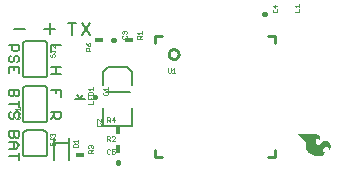
<source format=gbr>
G04 EAGLE Gerber RS-274X export*
G75*
%MOMM*%
%FSLAX34Y34*%
%LPD*%
%INSilkscreen Top*%
%IPPOS*%
%AMOC8*
5,1,8,0,0,1.08239X$1,22.5*%
G01*
%ADD10C,0.152400*%
%ADD11C,0.203200*%
%ADD12R,0.711200X0.406400*%
%ADD13C,0.025400*%
%ADD14C,0.406400*%
%ADD15C,0.127000*%
%ADD16R,0.406400X0.711200*%
%ADD17C,0.254000*%

G36*
X266094Y38431D02*
X266094Y38431D01*
X266103Y38435D01*
X266115Y38433D01*
X267154Y38640D01*
X267162Y38645D01*
X267173Y38645D01*
X268170Y39003D01*
X268177Y39009D01*
X268188Y39010D01*
X269122Y39512D01*
X269129Y39521D01*
X269141Y39524D01*
X270278Y40431D01*
X270284Y40442D01*
X270297Y40449D01*
X271218Y41575D01*
X271230Y41618D01*
X271246Y41659D01*
X271244Y41664D01*
X271245Y41670D01*
X271224Y41708D01*
X271205Y41748D01*
X271199Y41751D01*
X271197Y41755D01*
X271168Y41763D01*
X271120Y41781D01*
X270240Y41781D01*
X270120Y41797D01*
X270017Y41841D01*
X269677Y42115D01*
X269429Y42476D01*
X269364Y42650D01*
X269306Y43189D01*
X269404Y43718D01*
X269653Y44206D01*
X270304Y45108D01*
X270658Y45520D01*
X271068Y45871D01*
X271526Y46154D01*
X272020Y46360D01*
X272320Y46419D01*
X272623Y46407D01*
X273142Y46250D01*
X273602Y45964D01*
X273972Y45569D01*
X274227Y45088D01*
X274366Y44598D01*
X274423Y44087D01*
X274423Y43484D01*
X274423Y43483D01*
X274432Y43462D01*
X274461Y43393D01*
X274553Y43358D01*
X274563Y43362D01*
X274638Y43396D01*
X274641Y43398D01*
X274642Y43399D01*
X274643Y43400D01*
X274663Y43421D01*
X274666Y43428D01*
X274674Y43432D01*
X275012Y43867D01*
X275016Y43882D01*
X275028Y43894D01*
X275249Y44398D01*
X275249Y44399D01*
X275401Y44755D01*
X275502Y44983D01*
X275503Y44994D01*
X275509Y45003D01*
X275729Y45881D01*
X275728Y45890D01*
X275732Y45900D01*
X275818Y46800D01*
X275814Y46810D01*
X275818Y46822D01*
X275752Y47690D01*
X275746Y47701D01*
X275747Y47714D01*
X275516Y48554D01*
X275508Y48564D01*
X275507Y48577D01*
X275119Y49357D01*
X275111Y49364D01*
X275108Y49375D01*
X274548Y50152D01*
X274541Y50156D01*
X274537Y50165D01*
X273879Y50861D01*
X273868Y50866D01*
X273860Y50877D01*
X273257Y51308D01*
X273242Y51311D01*
X273229Y51323D01*
X272537Y51590D01*
X272521Y51590D01*
X272506Y51598D01*
X271769Y51685D01*
X271754Y51680D01*
X271737Y51684D01*
X271002Y51585D01*
X270989Y51577D01*
X270972Y51577D01*
X270284Y51297D01*
X270275Y51288D01*
X270261Y51285D01*
X268503Y50098D01*
X268498Y50090D01*
X268487Y50086D01*
X266946Y48633D01*
X266511Y48263D01*
X266008Y48023D01*
X265460Y47921D01*
X264904Y47964D01*
X264379Y48150D01*
X263919Y48465D01*
X263554Y48890D01*
X263261Y49433D01*
X263063Y50019D01*
X262966Y50629D01*
X263001Y51340D01*
X263208Y52018D01*
X263573Y52624D01*
X263901Y52937D01*
X264305Y53143D01*
X264721Y53236D01*
X265149Y53236D01*
X265564Y53143D01*
X265702Y53071D01*
X265816Y52953D01*
X266415Y52129D01*
X266486Y51996D01*
X266514Y51858D01*
X266498Y51700D01*
X266512Y51657D01*
X266523Y51612D01*
X266527Y51610D01*
X266528Y51606D01*
X266569Y51586D01*
X266608Y51563D01*
X266612Y51564D01*
X266616Y51562D01*
X266659Y51577D01*
X266703Y51590D01*
X266705Y51593D01*
X266709Y51595D01*
X266728Y51632D01*
X266749Y51668D01*
X266825Y52151D01*
X266824Y52156D01*
X266826Y52161D01*
X266899Y53101D01*
X266896Y53110D01*
X266899Y53121D01*
X266826Y54061D01*
X266821Y54071D01*
X266822Y54083D01*
X266638Y54782D01*
X266630Y54792D01*
X266629Y54806D01*
X266308Y55454D01*
X266299Y55462D01*
X266295Y55476D01*
X265850Y56046D01*
X265839Y56052D01*
X265833Y56064D01*
X265283Y56534D01*
X265271Y56538D01*
X265262Y56549D01*
X264530Y56950D01*
X264517Y56951D01*
X264506Y56960D01*
X263707Y57200D01*
X263694Y57199D01*
X263681Y57205D01*
X262850Y57275D01*
X262844Y57273D01*
X262839Y57275D01*
X247675Y57275D01*
X247670Y57273D01*
X247666Y57275D01*
X247626Y57254D01*
X247584Y57237D01*
X247583Y57232D01*
X247578Y57230D01*
X247565Y57187D01*
X247549Y57145D01*
X247551Y57140D01*
X247549Y57136D01*
X247585Y57066D01*
X247590Y57056D01*
X247591Y57055D01*
X253073Y52183D01*
X253855Y51329D01*
X254444Y50339D01*
X254571Y49988D01*
X254636Y49620D01*
X254636Y47345D01*
X254638Y47340D01*
X254636Y47334D01*
X254760Y45970D01*
X254766Y45960D01*
X254764Y45948D01*
X255132Y44629D01*
X255140Y44621D01*
X255141Y44608D01*
X255741Y43378D01*
X255748Y43371D01*
X255751Y43360D01*
X256568Y42203D01*
X256576Y42198D01*
X256579Y42189D01*
X257551Y41158D01*
X257559Y41154D01*
X257564Y41146D01*
X258671Y40261D01*
X258681Y40259D01*
X258688Y40250D01*
X260369Y39303D01*
X260380Y39302D01*
X260390Y39294D01*
X262214Y38666D01*
X262225Y38667D01*
X262236Y38660D01*
X264143Y38372D01*
X264154Y38375D01*
X264166Y38371D01*
X266094Y38431D01*
G37*
D10*
X3620Y59880D02*
X12263Y59880D01*
X12263Y55558D01*
X10823Y54118D01*
X9382Y54118D01*
X7942Y55558D01*
X6501Y54118D01*
X5061Y54118D01*
X3620Y55558D01*
X3620Y59880D01*
X7942Y59880D02*
X7942Y55558D01*
X9382Y50525D02*
X3620Y50525D01*
X9382Y50525D02*
X12263Y47644D01*
X9382Y44763D01*
X3620Y44763D01*
X7942Y44763D02*
X7942Y50525D01*
X3620Y38289D02*
X12263Y38289D01*
X12263Y41170D02*
X12263Y35407D01*
X12008Y132969D02*
X3365Y132969D01*
X12008Y132969D02*
X12008Y128647D01*
X10568Y127207D01*
X7687Y127207D01*
X6246Y128647D01*
X6246Y132969D01*
X12008Y119292D02*
X10568Y117852D01*
X12008Y119292D02*
X12008Y122173D01*
X10568Y123614D01*
X9127Y123614D01*
X7687Y122173D01*
X7687Y119292D01*
X6246Y117852D01*
X4806Y117852D01*
X3365Y119292D01*
X3365Y122173D01*
X4806Y123614D01*
X12008Y114259D02*
X12008Y108496D01*
X12008Y114259D02*
X3365Y114259D01*
X3365Y108496D01*
X7687Y111378D02*
X7687Y114259D01*
X3619Y94805D02*
X12262Y94805D01*
X12262Y90483D01*
X10822Y89043D01*
X9381Y89043D01*
X7941Y90483D01*
X6500Y89043D01*
X5060Y89043D01*
X3619Y90483D01*
X3619Y94805D01*
X7941Y94805D02*
X7941Y90483D01*
X12262Y82569D02*
X3619Y82569D01*
X12262Y85450D02*
X12262Y79688D01*
X12262Y71773D02*
X10822Y70332D01*
X12262Y71773D02*
X12262Y74654D01*
X10822Y76095D01*
X9381Y76095D01*
X7941Y74654D01*
X7941Y71773D01*
X6500Y70332D01*
X5060Y70332D01*
X3619Y71773D01*
X3619Y74654D01*
X5060Y76095D01*
X38862Y132588D02*
X47505Y132588D01*
X38862Y132588D02*
X38862Y126826D01*
X38862Y113878D02*
X47505Y113878D01*
X43184Y113878D02*
X43184Y108115D01*
X47505Y108115D02*
X38862Y108115D01*
X38862Y94488D02*
X47505Y94488D01*
X47505Y88726D01*
X43184Y91607D02*
X43184Y94488D01*
X38862Y75778D02*
X47505Y75778D01*
X47505Y71456D01*
X46065Y70015D01*
X43184Y70015D01*
X41743Y71456D01*
X41743Y75778D01*
X41743Y72897D02*
X38862Y70015D01*
D11*
X17197Y146501D02*
X7367Y146501D01*
X32766Y146501D02*
X42596Y146501D01*
X37681Y151416D02*
X37681Y141586D01*
X56962Y140715D02*
X56962Y151392D01*
X53403Y151392D02*
X60521Y151392D01*
X65097Y151392D02*
X72215Y140715D01*
X65097Y140715D02*
X72215Y151392D01*
D12*
X104775Y136525D03*
D13*
X111884Y138058D02*
X115697Y138058D01*
X111884Y138058D02*
X111884Y139964D01*
X112519Y140600D01*
X113790Y140600D01*
X114426Y139964D01*
X114426Y138058D01*
X114426Y139329D02*
X115697Y140600D01*
X113155Y141800D02*
X111884Y143071D01*
X115697Y143071D01*
X115697Y141800D02*
X115697Y144342D01*
D14*
X76505Y88900D02*
X75895Y88900D01*
D13*
X83309Y92339D02*
X83944Y92975D01*
X83309Y92339D02*
X83309Y91068D01*
X83944Y90433D01*
X86486Y90433D01*
X87122Y91068D01*
X87122Y92339D01*
X86486Y92975D01*
X84580Y94175D02*
X83309Y95446D01*
X87122Y95446D01*
X87122Y94175D02*
X87122Y96717D01*
D11*
X107250Y78900D02*
X107250Y63900D01*
X83250Y63900D01*
X83250Y78900D01*
X107250Y98900D02*
X107250Y109900D01*
X103250Y113900D01*
X87250Y113900D01*
X83250Y109900D01*
X83250Y98900D01*
D15*
X85090Y92710D02*
X105410Y92710D01*
D13*
X78135Y66169D02*
X77500Y65534D01*
X77500Y64263D01*
X78135Y63627D01*
X80677Y63627D01*
X81313Y64263D01*
X81313Y65534D01*
X80677Y66169D01*
X81313Y67369D02*
X81313Y69911D01*
X81313Y67369D02*
X78771Y69911D01*
X78135Y69911D01*
X77500Y69276D01*
X77500Y68005D01*
X78135Y67369D01*
D16*
X95250Y44450D03*
D13*
X86487Y51562D02*
X86487Y55375D01*
X88394Y55375D01*
X89029Y54740D01*
X89029Y53469D01*
X88394Y52833D01*
X86487Y52833D01*
X87758Y52833D02*
X89029Y51562D01*
X90229Y51562D02*
X92771Y51562D01*
X90229Y51562D02*
X92771Y54104D01*
X92771Y54740D01*
X92136Y55375D01*
X90865Y55375D01*
X90229Y54740D01*
D14*
X91770Y136525D02*
X92380Y136525D01*
D13*
X99184Y139964D02*
X99819Y140600D01*
X99184Y139964D02*
X99184Y138693D01*
X99819Y138058D01*
X102361Y138058D01*
X102997Y138693D01*
X102997Y139964D01*
X102361Y140600D01*
X99819Y141800D02*
X99184Y142435D01*
X99184Y143707D01*
X99819Y144342D01*
X100455Y144342D01*
X101090Y143707D01*
X101090Y143071D01*
X101090Y143707D02*
X101726Y144342D01*
X102361Y144342D01*
X102997Y143707D01*
X102997Y142435D01*
X102361Y141800D01*
D10*
X35560Y95250D02*
X35560Y69850D01*
X15240Y95250D02*
X15242Y95350D01*
X15248Y95449D01*
X15258Y95549D01*
X15271Y95647D01*
X15289Y95746D01*
X15310Y95843D01*
X15335Y95939D01*
X15364Y96035D01*
X15397Y96129D01*
X15433Y96222D01*
X15473Y96313D01*
X15517Y96403D01*
X15564Y96491D01*
X15614Y96577D01*
X15668Y96661D01*
X15725Y96743D01*
X15785Y96822D01*
X15849Y96900D01*
X15915Y96974D01*
X15984Y97046D01*
X16056Y97115D01*
X16130Y97181D01*
X16208Y97245D01*
X16287Y97305D01*
X16369Y97362D01*
X16453Y97416D01*
X16539Y97466D01*
X16627Y97513D01*
X16717Y97557D01*
X16808Y97597D01*
X16901Y97633D01*
X16995Y97666D01*
X17091Y97695D01*
X17187Y97720D01*
X17284Y97741D01*
X17383Y97759D01*
X17481Y97772D01*
X17581Y97782D01*
X17680Y97788D01*
X17780Y97790D01*
X15240Y69850D02*
X15242Y69750D01*
X15248Y69651D01*
X15258Y69551D01*
X15271Y69453D01*
X15289Y69354D01*
X15310Y69257D01*
X15335Y69161D01*
X15364Y69065D01*
X15397Y68971D01*
X15433Y68878D01*
X15473Y68787D01*
X15517Y68697D01*
X15564Y68609D01*
X15614Y68523D01*
X15668Y68439D01*
X15725Y68357D01*
X15785Y68278D01*
X15849Y68200D01*
X15915Y68126D01*
X15984Y68054D01*
X16056Y67985D01*
X16130Y67919D01*
X16208Y67855D01*
X16287Y67795D01*
X16369Y67738D01*
X16453Y67684D01*
X16539Y67634D01*
X16627Y67587D01*
X16717Y67543D01*
X16808Y67503D01*
X16901Y67467D01*
X16995Y67434D01*
X17091Y67405D01*
X17187Y67380D01*
X17284Y67359D01*
X17383Y67341D01*
X17481Y67328D01*
X17581Y67318D01*
X17680Y67312D01*
X17780Y67310D01*
X33020Y67310D02*
X33120Y67312D01*
X33219Y67318D01*
X33319Y67328D01*
X33417Y67341D01*
X33516Y67359D01*
X33613Y67380D01*
X33709Y67405D01*
X33805Y67434D01*
X33899Y67467D01*
X33992Y67503D01*
X34083Y67543D01*
X34173Y67587D01*
X34261Y67634D01*
X34347Y67684D01*
X34431Y67738D01*
X34513Y67795D01*
X34592Y67855D01*
X34670Y67919D01*
X34744Y67985D01*
X34816Y68054D01*
X34885Y68126D01*
X34951Y68200D01*
X35015Y68278D01*
X35075Y68357D01*
X35132Y68439D01*
X35186Y68523D01*
X35236Y68609D01*
X35283Y68697D01*
X35327Y68787D01*
X35367Y68878D01*
X35403Y68971D01*
X35436Y69065D01*
X35465Y69161D01*
X35490Y69257D01*
X35511Y69354D01*
X35529Y69453D01*
X35542Y69551D01*
X35552Y69651D01*
X35558Y69750D01*
X35560Y69850D01*
X35560Y95250D02*
X35558Y95350D01*
X35552Y95449D01*
X35542Y95549D01*
X35529Y95647D01*
X35511Y95746D01*
X35490Y95843D01*
X35465Y95939D01*
X35436Y96035D01*
X35403Y96129D01*
X35367Y96222D01*
X35327Y96313D01*
X35283Y96403D01*
X35236Y96491D01*
X35186Y96577D01*
X35132Y96661D01*
X35075Y96743D01*
X35015Y96822D01*
X34951Y96900D01*
X34885Y96974D01*
X34816Y97046D01*
X34744Y97115D01*
X34670Y97181D01*
X34592Y97245D01*
X34513Y97305D01*
X34431Y97362D01*
X34347Y97416D01*
X34261Y97466D01*
X34173Y97513D01*
X34083Y97557D01*
X33992Y97597D01*
X33899Y97633D01*
X33805Y97666D01*
X33709Y97695D01*
X33613Y97720D01*
X33516Y97741D01*
X33417Y97759D01*
X33319Y97772D01*
X33219Y97782D01*
X33120Y97788D01*
X33020Y97790D01*
X17780Y97790D01*
X17780Y67310D02*
X33020Y67310D01*
X15240Y69850D02*
X15240Y95250D01*
D13*
X9395Y72519D02*
X8760Y71884D01*
X8760Y70613D01*
X9395Y69977D01*
X10031Y69977D01*
X10666Y70613D01*
X10666Y71884D01*
X11302Y72519D01*
X11937Y72519D01*
X12573Y71884D01*
X12573Y70613D01*
X11937Y69977D01*
X11937Y73719D02*
X12573Y74355D01*
X12573Y74990D01*
X11937Y75626D01*
X8760Y75626D01*
X8760Y76261D02*
X8760Y74990D01*
X10031Y77461D02*
X8760Y78732D01*
X12573Y78732D01*
X12573Y77461D02*
X12573Y80003D01*
D10*
X15240Y107950D02*
X15240Y133350D01*
X35560Y107950D02*
X35558Y107850D01*
X35552Y107751D01*
X35542Y107651D01*
X35529Y107553D01*
X35511Y107454D01*
X35490Y107357D01*
X35465Y107261D01*
X35436Y107165D01*
X35403Y107071D01*
X35367Y106978D01*
X35327Y106887D01*
X35283Y106797D01*
X35236Y106709D01*
X35186Y106623D01*
X35132Y106539D01*
X35075Y106457D01*
X35015Y106378D01*
X34951Y106300D01*
X34885Y106226D01*
X34816Y106154D01*
X34744Y106085D01*
X34670Y106019D01*
X34592Y105955D01*
X34513Y105895D01*
X34431Y105838D01*
X34347Y105784D01*
X34261Y105734D01*
X34173Y105687D01*
X34083Y105643D01*
X33992Y105603D01*
X33899Y105567D01*
X33805Y105534D01*
X33709Y105505D01*
X33613Y105480D01*
X33516Y105459D01*
X33417Y105441D01*
X33319Y105428D01*
X33219Y105418D01*
X33120Y105412D01*
X33020Y105410D01*
X35560Y133350D02*
X35558Y133450D01*
X35552Y133549D01*
X35542Y133649D01*
X35529Y133747D01*
X35511Y133846D01*
X35490Y133943D01*
X35465Y134039D01*
X35436Y134135D01*
X35403Y134229D01*
X35367Y134322D01*
X35327Y134413D01*
X35283Y134503D01*
X35236Y134591D01*
X35186Y134677D01*
X35132Y134761D01*
X35075Y134843D01*
X35015Y134922D01*
X34951Y135000D01*
X34885Y135074D01*
X34816Y135146D01*
X34744Y135215D01*
X34670Y135281D01*
X34592Y135345D01*
X34513Y135405D01*
X34431Y135462D01*
X34347Y135516D01*
X34261Y135566D01*
X34173Y135613D01*
X34083Y135657D01*
X33992Y135697D01*
X33899Y135733D01*
X33805Y135766D01*
X33709Y135795D01*
X33613Y135820D01*
X33516Y135841D01*
X33417Y135859D01*
X33319Y135872D01*
X33219Y135882D01*
X33120Y135888D01*
X33020Y135890D01*
X17780Y135890D02*
X17680Y135888D01*
X17581Y135882D01*
X17481Y135872D01*
X17383Y135859D01*
X17284Y135841D01*
X17187Y135820D01*
X17091Y135795D01*
X16995Y135766D01*
X16901Y135733D01*
X16808Y135697D01*
X16717Y135657D01*
X16627Y135613D01*
X16539Y135566D01*
X16453Y135516D01*
X16369Y135462D01*
X16287Y135405D01*
X16208Y135345D01*
X16130Y135281D01*
X16056Y135215D01*
X15984Y135146D01*
X15915Y135074D01*
X15849Y135000D01*
X15785Y134922D01*
X15725Y134843D01*
X15668Y134761D01*
X15614Y134677D01*
X15564Y134591D01*
X15517Y134503D01*
X15473Y134413D01*
X15433Y134322D01*
X15397Y134229D01*
X15364Y134135D01*
X15335Y134039D01*
X15310Y133943D01*
X15289Y133846D01*
X15271Y133747D01*
X15258Y133649D01*
X15248Y133549D01*
X15242Y133450D01*
X15240Y133350D01*
X15240Y107950D02*
X15242Y107850D01*
X15248Y107751D01*
X15258Y107651D01*
X15271Y107553D01*
X15289Y107454D01*
X15310Y107357D01*
X15335Y107261D01*
X15364Y107165D01*
X15397Y107071D01*
X15433Y106978D01*
X15473Y106887D01*
X15517Y106797D01*
X15564Y106709D01*
X15614Y106623D01*
X15668Y106539D01*
X15725Y106457D01*
X15785Y106378D01*
X15849Y106300D01*
X15915Y106226D01*
X15984Y106154D01*
X16056Y106085D01*
X16130Y106019D01*
X16208Y105955D01*
X16287Y105895D01*
X16369Y105838D01*
X16453Y105784D01*
X16539Y105734D01*
X16627Y105687D01*
X16717Y105643D01*
X16808Y105603D01*
X16901Y105567D01*
X16995Y105534D01*
X17091Y105505D01*
X17187Y105480D01*
X17284Y105459D01*
X17383Y105441D01*
X17481Y105428D01*
X17581Y105418D01*
X17680Y105412D01*
X17780Y105410D01*
X33020Y105410D01*
X33020Y135890D02*
X17780Y135890D01*
X35560Y133350D02*
X35560Y107950D01*
D13*
X38224Y124157D02*
X38859Y124793D01*
X38224Y124157D02*
X38224Y122886D01*
X38859Y122251D01*
X39495Y122251D01*
X40130Y122886D01*
X40130Y124157D01*
X40766Y124793D01*
X41401Y124793D01*
X42037Y124157D01*
X42037Y122886D01*
X41401Y122251D01*
X41401Y125993D02*
X42037Y126628D01*
X42037Y127264D01*
X41401Y127899D01*
X38224Y127899D01*
X38224Y127264D02*
X38224Y128535D01*
X42037Y129735D02*
X42037Y132277D01*
X42037Y129735D02*
X39495Y132277D01*
X38859Y132277D01*
X38224Y131642D01*
X38224Y130370D01*
X38859Y129735D01*
X245488Y160791D02*
X249301Y160791D01*
X249301Y163333D01*
X246759Y164533D02*
X245488Y165804D01*
X249301Y165804D01*
X249301Y164533D02*
X249301Y167075D01*
D14*
X220015Y158750D02*
X219405Y158750D01*
D13*
X226819Y162189D02*
X227454Y162825D01*
X226819Y162189D02*
X226819Y160918D01*
X227454Y160283D01*
X229996Y160283D01*
X230632Y160918D01*
X230632Y162189D01*
X229996Y162825D01*
X230632Y165932D02*
X226819Y165932D01*
X228725Y164025D01*
X228725Y166567D01*
D11*
X63500Y87200D02*
X58900Y87200D01*
X63500Y87200D02*
X68100Y87200D01*
X63500Y87200D02*
X61162Y90300D01*
X63754Y87354D02*
X65684Y90300D01*
D13*
X70609Y82949D02*
X74422Y82949D01*
X74422Y85491D01*
X70609Y86691D02*
X70609Y89233D01*
X70609Y86691D02*
X74422Y86691D01*
X74422Y89233D01*
X72515Y87962D02*
X72515Y86691D01*
X70609Y90433D02*
X74422Y90433D01*
X74422Y92339D01*
X73786Y92975D01*
X71244Y92975D01*
X70609Y92339D01*
X70609Y90433D01*
X71880Y94175D02*
X70609Y95446D01*
X74422Y95446D01*
X74422Y94175D02*
X74422Y96717D01*
D16*
X95250Y60452D03*
D13*
X86487Y67564D02*
X86487Y71377D01*
X88394Y71377D01*
X89029Y70742D01*
X89029Y69471D01*
X88394Y68835D01*
X86487Y68835D01*
X87758Y68835D02*
X89029Y67564D01*
X92136Y67564D02*
X92136Y71377D01*
X90229Y69471D01*
X92771Y69471D01*
D17*
X126800Y133900D02*
X126800Y139900D01*
X132800Y139900D01*
X228800Y139900D02*
X228800Y133900D01*
X228800Y139900D02*
X222800Y139900D01*
X126800Y43900D02*
X126800Y37900D01*
X132800Y37900D01*
X228800Y37900D02*
X228800Y43900D01*
X228800Y37900D02*
X222800Y37900D01*
X138677Y124900D02*
X138679Y125028D01*
X138685Y125156D01*
X138695Y125284D01*
X138709Y125412D01*
X138727Y125539D01*
X138749Y125665D01*
X138774Y125791D01*
X138804Y125915D01*
X138838Y126039D01*
X138875Y126162D01*
X138916Y126283D01*
X138961Y126403D01*
X139010Y126522D01*
X139062Y126639D01*
X139118Y126755D01*
X139177Y126868D01*
X139240Y126980D01*
X139307Y127090D01*
X139376Y127197D01*
X139449Y127303D01*
X139526Y127406D01*
X139605Y127506D01*
X139688Y127604D01*
X139773Y127700D01*
X139862Y127793D01*
X139953Y127883D01*
X140048Y127970D01*
X140144Y128054D01*
X140244Y128135D01*
X140346Y128213D01*
X140450Y128288D01*
X140556Y128359D01*
X140665Y128427D01*
X140776Y128492D01*
X140888Y128553D01*
X141003Y128611D01*
X141119Y128665D01*
X141237Y128715D01*
X141356Y128762D01*
X141477Y128805D01*
X141599Y128844D01*
X141723Y128880D01*
X141847Y128911D01*
X141972Y128939D01*
X142098Y128963D01*
X142225Y128983D01*
X142352Y128999D01*
X142480Y129011D01*
X142608Y129019D01*
X142736Y129023D01*
X142864Y129023D01*
X142992Y129019D01*
X143120Y129011D01*
X143248Y128999D01*
X143375Y128983D01*
X143502Y128963D01*
X143628Y128939D01*
X143753Y128911D01*
X143877Y128880D01*
X144001Y128844D01*
X144123Y128805D01*
X144244Y128762D01*
X144363Y128715D01*
X144481Y128665D01*
X144597Y128611D01*
X144712Y128553D01*
X144824Y128492D01*
X144935Y128427D01*
X145044Y128359D01*
X145150Y128288D01*
X145254Y128213D01*
X145356Y128135D01*
X145456Y128054D01*
X145552Y127970D01*
X145647Y127883D01*
X145738Y127793D01*
X145827Y127700D01*
X145912Y127604D01*
X145995Y127506D01*
X146074Y127406D01*
X146151Y127303D01*
X146224Y127197D01*
X146293Y127090D01*
X146360Y126980D01*
X146423Y126868D01*
X146482Y126755D01*
X146538Y126639D01*
X146590Y126522D01*
X146639Y126403D01*
X146684Y126283D01*
X146725Y126162D01*
X146762Y126039D01*
X146796Y125915D01*
X146826Y125791D01*
X146851Y125665D01*
X146873Y125539D01*
X146891Y125412D01*
X146905Y125284D01*
X146915Y125156D01*
X146921Y125028D01*
X146923Y124900D01*
X146921Y124772D01*
X146915Y124644D01*
X146905Y124516D01*
X146891Y124388D01*
X146873Y124261D01*
X146851Y124135D01*
X146826Y124009D01*
X146796Y123885D01*
X146762Y123761D01*
X146725Y123638D01*
X146684Y123517D01*
X146639Y123397D01*
X146590Y123278D01*
X146538Y123161D01*
X146482Y123045D01*
X146423Y122932D01*
X146360Y122820D01*
X146293Y122710D01*
X146224Y122603D01*
X146151Y122497D01*
X146074Y122394D01*
X145995Y122294D01*
X145912Y122196D01*
X145827Y122100D01*
X145738Y122007D01*
X145647Y121917D01*
X145552Y121830D01*
X145456Y121746D01*
X145356Y121665D01*
X145254Y121587D01*
X145150Y121512D01*
X145044Y121441D01*
X144935Y121373D01*
X144824Y121308D01*
X144712Y121247D01*
X144597Y121189D01*
X144481Y121135D01*
X144363Y121085D01*
X144244Y121038D01*
X144123Y120995D01*
X144001Y120956D01*
X143877Y120920D01*
X143753Y120889D01*
X143628Y120861D01*
X143502Y120837D01*
X143375Y120817D01*
X143248Y120801D01*
X143120Y120789D01*
X142992Y120781D01*
X142864Y120777D01*
X142736Y120777D01*
X142608Y120781D01*
X142480Y120789D01*
X142352Y120801D01*
X142225Y120817D01*
X142098Y120837D01*
X141972Y120861D01*
X141847Y120889D01*
X141723Y120920D01*
X141599Y120956D01*
X141477Y120995D01*
X141356Y121038D01*
X141237Y121085D01*
X141119Y121135D01*
X141003Y121189D01*
X140888Y121247D01*
X140776Y121308D01*
X140665Y121373D01*
X140556Y121441D01*
X140450Y121512D01*
X140346Y121587D01*
X140244Y121665D01*
X140144Y121746D01*
X140048Y121830D01*
X139953Y121917D01*
X139862Y122007D01*
X139773Y122100D01*
X139688Y122196D01*
X139605Y122294D01*
X139526Y122394D01*
X139449Y122497D01*
X139376Y122603D01*
X139307Y122710D01*
X139240Y122820D01*
X139177Y122932D01*
X139118Y123045D01*
X139062Y123161D01*
X139010Y123278D01*
X138961Y123397D01*
X138916Y123517D01*
X138875Y123638D01*
X138838Y123761D01*
X138804Y123885D01*
X138774Y124009D01*
X138749Y124135D01*
X138727Y124261D01*
X138709Y124388D01*
X138695Y124516D01*
X138685Y124644D01*
X138679Y124772D01*
X138677Y124900D01*
D13*
X137927Y112840D02*
X137927Y109663D01*
X138563Y109027D01*
X139834Y109027D01*
X140469Y109663D01*
X140469Y112840D01*
X141669Y111569D02*
X142940Y112840D01*
X142940Y109027D01*
X141669Y109027D02*
X144211Y109027D01*
D10*
X15400Y57213D02*
X15400Y41213D01*
X32900Y38213D02*
X33003Y38225D01*
X33105Y38240D01*
X33206Y38259D01*
X33307Y38281D01*
X33407Y38308D01*
X33506Y38338D01*
X33603Y38372D01*
X33699Y38409D01*
X33794Y38450D01*
X33887Y38495D01*
X33979Y38543D01*
X34068Y38594D01*
X34156Y38649D01*
X34241Y38707D01*
X34325Y38768D01*
X34405Y38832D01*
X34484Y38899D01*
X34560Y38969D01*
X34633Y39042D01*
X34703Y39117D01*
X34771Y39195D01*
X34836Y39276D01*
X34897Y39359D01*
X34956Y39444D01*
X35011Y39531D01*
X35063Y39621D01*
X35111Y39712D01*
X35156Y39805D01*
X35198Y39899D01*
X35236Y39995D01*
X35270Y40093D01*
X35301Y40191D01*
X35328Y40291D01*
X35351Y40391D01*
X35371Y40493D01*
X35386Y40595D01*
X35398Y40697D01*
X35406Y40800D01*
X35410Y40904D01*
X35411Y41007D01*
X35407Y41110D01*
X35400Y41213D01*
X35400Y57213D02*
X35407Y57316D01*
X35411Y57419D01*
X35410Y57522D01*
X35406Y57626D01*
X35398Y57729D01*
X35386Y57831D01*
X35371Y57933D01*
X35351Y58035D01*
X35328Y58135D01*
X35301Y58235D01*
X35270Y58333D01*
X35236Y58431D01*
X35198Y58527D01*
X35156Y58621D01*
X35111Y58714D01*
X35063Y58805D01*
X35011Y58895D01*
X34956Y58982D01*
X34897Y59067D01*
X34836Y59150D01*
X34771Y59231D01*
X34703Y59309D01*
X34633Y59384D01*
X34560Y59457D01*
X34484Y59527D01*
X34405Y59594D01*
X34325Y59658D01*
X34241Y59719D01*
X34156Y59777D01*
X34068Y59832D01*
X33979Y59883D01*
X33887Y59931D01*
X33794Y59976D01*
X33699Y60017D01*
X33603Y60054D01*
X33506Y60088D01*
X33407Y60118D01*
X33307Y60145D01*
X33206Y60167D01*
X33105Y60186D01*
X33003Y60201D01*
X32900Y60213D01*
X17900Y60213D02*
X17797Y60202D01*
X17695Y60187D01*
X17593Y60168D01*
X17493Y60145D01*
X17393Y60119D01*
X17294Y60089D01*
X17196Y60055D01*
X17100Y60018D01*
X17005Y59977D01*
X16912Y59932D01*
X16820Y59884D01*
X16731Y59833D01*
X16643Y59778D01*
X16558Y59720D01*
X16474Y59659D01*
X16393Y59595D01*
X16315Y59528D01*
X16239Y59458D01*
X16166Y59385D01*
X16095Y59309D01*
X16027Y59231D01*
X15963Y59151D01*
X15901Y59068D01*
X15843Y58983D01*
X15788Y58895D01*
X15736Y58806D01*
X15687Y58715D01*
X15642Y58622D01*
X15601Y58527D01*
X15563Y58431D01*
X15528Y58334D01*
X15498Y58235D01*
X15471Y58135D01*
X15447Y58035D01*
X15428Y57933D01*
X15412Y57831D01*
X15401Y57728D01*
X15393Y57625D01*
X15389Y57522D01*
X15388Y57419D01*
X15392Y57315D01*
X15400Y57212D01*
X15400Y41213D02*
X15393Y41110D01*
X15389Y41007D01*
X15390Y40904D01*
X15394Y40800D01*
X15402Y40697D01*
X15414Y40595D01*
X15429Y40493D01*
X15449Y40391D01*
X15472Y40291D01*
X15499Y40191D01*
X15530Y40093D01*
X15564Y39995D01*
X15602Y39899D01*
X15644Y39805D01*
X15689Y39712D01*
X15737Y39621D01*
X15789Y39531D01*
X15844Y39444D01*
X15903Y39359D01*
X15964Y39276D01*
X16029Y39195D01*
X16097Y39117D01*
X16167Y39042D01*
X16240Y38969D01*
X16316Y38899D01*
X16395Y38832D01*
X16475Y38768D01*
X16559Y38707D01*
X16644Y38649D01*
X16732Y38594D01*
X16821Y38543D01*
X16913Y38495D01*
X17006Y38450D01*
X17101Y38409D01*
X17197Y38372D01*
X17294Y38338D01*
X17393Y38308D01*
X17493Y38281D01*
X17594Y38259D01*
X17695Y38240D01*
X17797Y38225D01*
X17900Y38213D01*
X32900Y38213D01*
X32900Y60213D02*
X17900Y60213D01*
X35400Y57213D02*
X35400Y41213D01*
D13*
X38224Y49518D02*
X38859Y50154D01*
X38224Y49518D02*
X38224Y48247D01*
X38859Y47612D01*
X39495Y47612D01*
X40130Y48247D01*
X40130Y49518D01*
X40766Y50154D01*
X41401Y50154D01*
X42037Y49518D01*
X42037Y48247D01*
X41401Y47612D01*
X41401Y51354D02*
X42037Y51989D01*
X42037Y52625D01*
X41401Y53260D01*
X38224Y53260D01*
X38224Y52625D02*
X38224Y53896D01*
X38859Y55096D02*
X38224Y55731D01*
X38224Y57003D01*
X38859Y57638D01*
X39495Y57638D01*
X40130Y57003D01*
X40130Y56367D01*
X40130Y57003D02*
X40766Y57638D01*
X41401Y57638D01*
X42037Y57003D01*
X42037Y55731D01*
X41401Y55096D01*
D11*
X54125Y53450D02*
X54125Y49450D01*
X54125Y35450D01*
X41125Y49450D02*
X41125Y53450D01*
X41125Y49450D02*
X41125Y35450D01*
X41125Y49450D02*
X54125Y49450D01*
D13*
X57909Y45983D02*
X61722Y45983D01*
X61722Y47889D01*
X61086Y48525D01*
X58544Y48525D01*
X57909Y47889D01*
X57909Y45983D01*
X59180Y49725D02*
X57909Y50996D01*
X61722Y50996D01*
X61722Y49725D02*
X61722Y52267D01*
D12*
X63500Y39688D03*
D13*
X70609Y41221D02*
X74422Y41221D01*
X70609Y41221D02*
X70609Y43127D01*
X71244Y43763D01*
X72515Y43763D01*
X73151Y43127D01*
X73151Y41221D01*
X73151Y42492D02*
X74422Y43763D01*
X71244Y44963D02*
X70609Y45598D01*
X70609Y46870D01*
X71244Y47505D01*
X71880Y47505D01*
X72515Y46870D01*
X72515Y46234D01*
X72515Y46870D02*
X73151Y47505D01*
X73786Y47505D01*
X74422Y46870D01*
X74422Y45598D01*
X73786Y44963D01*
D12*
X79375Y136525D03*
D13*
X72263Y127762D02*
X68450Y127762D01*
X68450Y129669D01*
X69085Y130304D01*
X70356Y130304D01*
X70992Y129669D01*
X70992Y127762D01*
X70992Y129033D02*
X72263Y130304D01*
X69085Y132775D02*
X68450Y134046D01*
X69085Y132775D02*
X70356Y131504D01*
X71627Y131504D01*
X72263Y132140D01*
X72263Y133411D01*
X71627Y134046D01*
X70992Y134046D01*
X70356Y133411D01*
X70356Y131504D01*
D14*
X95250Y33644D02*
X95250Y33034D01*
D13*
X89029Y43629D02*
X88394Y44264D01*
X87123Y44264D01*
X86487Y43629D01*
X86487Y41087D01*
X87123Y40451D01*
X88394Y40451D01*
X89029Y41087D01*
X90229Y44264D02*
X92771Y44264D01*
X90229Y44264D02*
X90229Y42358D01*
X91500Y42993D01*
X92136Y42993D01*
X92771Y42358D01*
X92771Y41087D01*
X92136Y40451D01*
X90865Y40451D01*
X90229Y41087D01*
M02*

</source>
